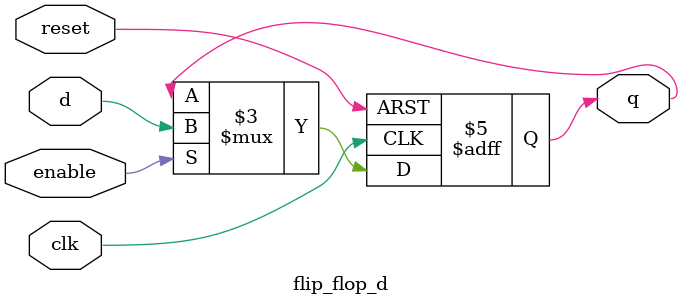
<source format=v>
module flip_flop_d(
    input clk,
    input d,
    input enable,
	 input reset,
    output reg q
	 
);
    always @(posedge clk or posedge reset) begin
      if(reset==1'b1)
			q <= 1'b0; 
		else if (enable)
			q <= d;         
    end
endmodule

</source>
